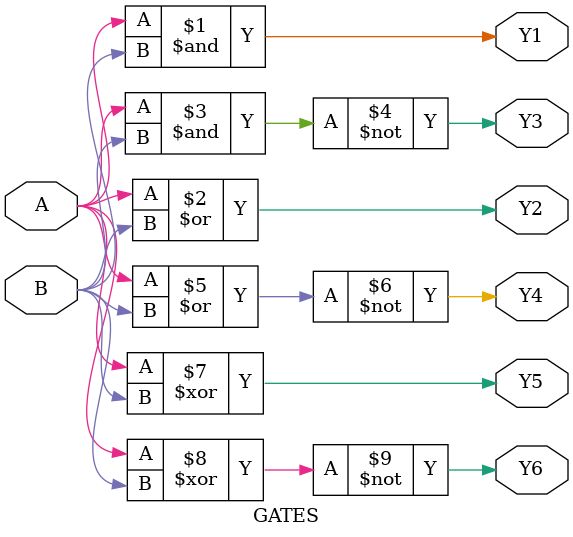
<source format=v>
`timescale 1ns / 1ps


module GATES(input A,B,output Y1,Y2,Y3,Y4,Y5,Y6);
assign Y1=A&B;
assign Y2=A|B;
assign Y3=~(A&B);
assign Y4=~(A|B);
assign Y5=A^B;
assign Y6=~(A^B);
endmodule

</source>
